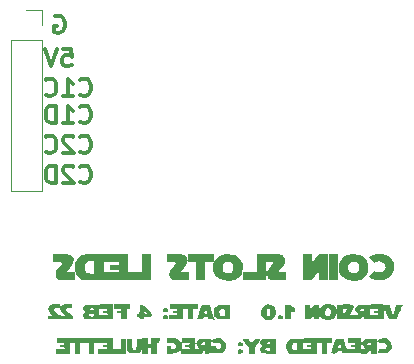
<source format=gbr>
%TF.GenerationSoftware,KiCad,Pcbnew,(6.0.0-0)*%
%TF.CreationDate,2022-02-07T13:41:27-05:00*%
%TF.ProjectId,Coin_Slots,436f696e-5f53-46c6-9f74-732e6b696361,rev?*%
%TF.SameCoordinates,Original*%
%TF.FileFunction,Legend,Bot*%
%TF.FilePolarity,Positive*%
%FSLAX46Y46*%
G04 Gerber Fmt 4.6, Leading zero omitted, Abs format (unit mm)*
G04 Created by KiCad (PCBNEW (6.0.0-0)) date 2022-02-07 13:41:27*
%MOMM*%
%LPD*%
G01*
G04 APERTURE LIST*
%ADD10C,0.300000*%
%ADD11C,0.120000*%
G04 APERTURE END LIST*
D10*
X112553714Y-68774571D02*
X113268000Y-68774571D01*
X113339428Y-69488857D01*
X113268000Y-69417428D01*
X113125142Y-69346000D01*
X112768000Y-69346000D01*
X112625142Y-69417428D01*
X112553714Y-69488857D01*
X112482285Y-69631714D01*
X112482285Y-69988857D01*
X112553714Y-70131714D01*
X112625142Y-70203142D01*
X112768000Y-70274571D01*
X113125142Y-70274571D01*
X113268000Y-70203142D01*
X113339428Y-70131714D01*
X112053714Y-68774571D02*
X111553714Y-70274571D01*
X111053714Y-68774571D01*
X111875142Y-66052000D02*
X112018000Y-65980571D01*
X112232285Y-65980571D01*
X112446571Y-66052000D01*
X112589428Y-66194857D01*
X112660857Y-66337714D01*
X112732285Y-66623428D01*
X112732285Y-66837714D01*
X112660857Y-67123428D01*
X112589428Y-67266285D01*
X112446571Y-67409142D01*
X112232285Y-67480571D01*
X112089428Y-67480571D01*
X111875142Y-67409142D01*
X111803714Y-67337714D01*
X111803714Y-66837714D01*
X112089428Y-66837714D01*
X114030000Y-80037714D02*
X114101428Y-80109142D01*
X114315714Y-80180571D01*
X114458571Y-80180571D01*
X114672857Y-80109142D01*
X114815714Y-79966285D01*
X114887142Y-79823428D01*
X114958571Y-79537714D01*
X114958571Y-79323428D01*
X114887142Y-79037714D01*
X114815714Y-78894857D01*
X114672857Y-78752000D01*
X114458571Y-78680571D01*
X114315714Y-78680571D01*
X114101428Y-78752000D01*
X114030000Y-78823428D01*
X113458571Y-78823428D02*
X113387142Y-78752000D01*
X113244285Y-78680571D01*
X112887142Y-78680571D01*
X112744285Y-78752000D01*
X112672857Y-78823428D01*
X112601428Y-78966285D01*
X112601428Y-79109142D01*
X112672857Y-79323428D01*
X113530000Y-80180571D01*
X112601428Y-80180571D01*
X111958571Y-80180571D02*
X111958571Y-78680571D01*
X111601428Y-78680571D01*
X111387142Y-78752000D01*
X111244285Y-78894857D01*
X111172857Y-79037714D01*
X111101428Y-79323428D01*
X111101428Y-79537714D01*
X111172857Y-79823428D01*
X111244285Y-79966285D01*
X111387142Y-80109142D01*
X111601428Y-80180571D01*
X111958571Y-80180571D01*
X114030000Y-74957714D02*
X114101428Y-75029142D01*
X114315714Y-75100571D01*
X114458571Y-75100571D01*
X114672857Y-75029142D01*
X114815714Y-74886285D01*
X114887142Y-74743428D01*
X114958571Y-74457714D01*
X114958571Y-74243428D01*
X114887142Y-73957714D01*
X114815714Y-73814857D01*
X114672857Y-73672000D01*
X114458571Y-73600571D01*
X114315714Y-73600571D01*
X114101428Y-73672000D01*
X114030000Y-73743428D01*
X112601428Y-75100571D02*
X113458571Y-75100571D01*
X113030000Y-75100571D02*
X113030000Y-73600571D01*
X113172857Y-73814857D01*
X113315714Y-73957714D01*
X113458571Y-74029142D01*
X111958571Y-75100571D02*
X111958571Y-73600571D01*
X111601428Y-73600571D01*
X111387142Y-73672000D01*
X111244285Y-73814857D01*
X111172857Y-73957714D01*
X111101428Y-74243428D01*
X111101428Y-74457714D01*
X111172857Y-74743428D01*
X111244285Y-74886285D01*
X111387142Y-75029142D01*
X111601428Y-75100571D01*
X111958571Y-75100571D01*
X114030000Y-77497714D02*
X114101428Y-77569142D01*
X114315714Y-77640571D01*
X114458571Y-77640571D01*
X114672857Y-77569142D01*
X114815714Y-77426285D01*
X114887142Y-77283428D01*
X114958571Y-76997714D01*
X114958571Y-76783428D01*
X114887142Y-76497714D01*
X114815714Y-76354857D01*
X114672857Y-76212000D01*
X114458571Y-76140571D01*
X114315714Y-76140571D01*
X114101428Y-76212000D01*
X114030000Y-76283428D01*
X113458571Y-76283428D02*
X113387142Y-76212000D01*
X113244285Y-76140571D01*
X112887142Y-76140571D01*
X112744285Y-76212000D01*
X112672857Y-76283428D01*
X112601428Y-76426285D01*
X112601428Y-76569142D01*
X112672857Y-76783428D01*
X113530000Y-77640571D01*
X112601428Y-77640571D01*
X111101428Y-77497714D02*
X111172857Y-77569142D01*
X111387142Y-77640571D01*
X111530000Y-77640571D01*
X111744285Y-77569142D01*
X111887142Y-77426285D01*
X111958571Y-77283428D01*
X112030000Y-76997714D01*
X112030000Y-76783428D01*
X111958571Y-76497714D01*
X111887142Y-76354857D01*
X111744285Y-76212000D01*
X111530000Y-76140571D01*
X111387142Y-76140571D01*
X111172857Y-76212000D01*
X111101428Y-76283428D01*
X114030000Y-72671714D02*
X114101428Y-72743142D01*
X114315714Y-72814571D01*
X114458571Y-72814571D01*
X114672857Y-72743142D01*
X114815714Y-72600285D01*
X114887142Y-72457428D01*
X114958571Y-72171714D01*
X114958571Y-71957428D01*
X114887142Y-71671714D01*
X114815714Y-71528857D01*
X114672857Y-71386000D01*
X114458571Y-71314571D01*
X114315714Y-71314571D01*
X114101428Y-71386000D01*
X114030000Y-71457428D01*
X112601428Y-72814571D02*
X113458571Y-72814571D01*
X113030000Y-72814571D02*
X113030000Y-71314571D01*
X113172857Y-71528857D01*
X113315714Y-71671714D01*
X113458571Y-71743142D01*
X111101428Y-72671714D02*
X111172857Y-72743142D01*
X111387142Y-72814571D01*
X111530000Y-72814571D01*
X111744285Y-72743142D01*
X111887142Y-72600285D01*
X111958571Y-72457428D01*
X112030000Y-72171714D01*
X112030000Y-71957428D01*
X111958571Y-71671714D01*
X111887142Y-71528857D01*
X111744285Y-71386000D01*
X111530000Y-71314571D01*
X111387142Y-71314571D01*
X111172857Y-71386000D01*
X111101428Y-71457428D01*
%TO.C,G\u002A\u002A\u002A*%
G36*
X135863640Y-88378806D02*
G01*
X135118043Y-88378806D01*
X135118043Y-86191722D01*
X135863640Y-86191722D01*
X135863640Y-88378806D01*
G37*
G36*
X130531913Y-91441571D02*
G01*
X130399805Y-91620743D01*
X130380581Y-91637058D01*
X130189015Y-91735758D01*
X129970092Y-91763089D01*
X129751644Y-91723587D01*
X129561502Y-91621789D01*
X129427495Y-91462234D01*
X129363718Y-91263579D01*
X129359071Y-91091663D01*
X129849159Y-91091663D01*
X129849998Y-91140079D01*
X129876767Y-91322326D01*
X129939418Y-91418705D01*
X130035558Y-91424937D01*
X130071274Y-91371128D01*
X130093854Y-91249258D01*
X130100625Y-91093150D01*
X130091897Y-90935770D01*
X130067981Y-90810087D01*
X130029188Y-90749065D01*
X130004556Y-90741878D01*
X129919257Y-90768662D01*
X129866941Y-90886240D01*
X129849159Y-91091663D01*
X129359071Y-91091663D01*
X129357442Y-91031403D01*
X129408258Y-90805937D01*
X129509517Y-90615683D01*
X129654567Y-90489141D01*
X129751412Y-90449302D01*
X129979746Y-90414536D01*
X130204996Y-90446820D01*
X130389655Y-90543385D01*
X130416225Y-90567468D01*
X130541216Y-90751328D01*
X130602343Y-90977724D01*
X130600895Y-91093150D01*
X130599334Y-91217519D01*
X130531913Y-91441571D01*
G37*
G36*
X131067092Y-91362267D02*
G01*
X131154096Y-91377651D01*
X131186458Y-91428270D01*
X131191233Y-91535166D01*
X131189853Y-91612585D01*
X131170074Y-91680255D01*
X131104992Y-91705425D01*
X130967554Y-91709139D01*
X130868016Y-91708066D01*
X130781012Y-91692681D01*
X130748650Y-91642063D01*
X130743875Y-91535166D01*
X130745255Y-91457748D01*
X130765034Y-91390078D01*
X130830116Y-91364908D01*
X130967554Y-91361194D01*
X131067092Y-91362267D01*
G37*
G36*
X121374333Y-91362267D02*
G01*
X121461337Y-91377651D01*
X121493699Y-91428270D01*
X121498474Y-91535166D01*
X121497094Y-91612585D01*
X121477314Y-91680255D01*
X121412233Y-91705425D01*
X121274795Y-91709139D01*
X121175257Y-91708066D01*
X121088253Y-91692681D01*
X121055891Y-91642063D01*
X121051116Y-91535166D01*
X121052495Y-91457748D01*
X121072275Y-91390078D01*
X121137357Y-91364908D01*
X121274795Y-91361194D01*
X121374333Y-91362267D01*
G37*
G36*
X131618575Y-90466810D02*
G01*
X131821853Y-90506128D01*
X132041745Y-90619128D01*
X132152552Y-90692881D01*
X132230612Y-90761285D01*
X132251389Y-90822251D01*
X132231004Y-90899675D01*
X132199239Y-90979810D01*
X132149973Y-91065554D01*
X132094412Y-91078184D01*
X132008798Y-91031832D01*
X131887123Y-90952109D01*
X131887123Y-91709139D01*
X131390059Y-91709139D01*
X131390059Y-90466477D01*
X131596960Y-90466477D01*
X131618575Y-90466810D01*
G37*
G36*
X120056987Y-88378806D02*
G01*
X118118435Y-88378806D01*
X118118435Y-87732622D01*
X119311390Y-87732622D01*
X119311390Y-86191722D01*
X120056987Y-86191722D01*
X120056987Y-88378806D01*
G37*
G36*
X127687053Y-93648764D02*
G01*
X127774057Y-93664148D01*
X127806419Y-93714767D01*
X127811194Y-93821663D01*
X127809814Y-93899082D01*
X127790034Y-93966752D01*
X127724953Y-93991922D01*
X127587515Y-93995636D01*
X127487977Y-93994563D01*
X127400973Y-93979179D01*
X127368611Y-93928560D01*
X127363836Y-93821663D01*
X127365216Y-93744245D01*
X127384995Y-93676575D01*
X127450077Y-93651405D01*
X127587515Y-93647691D01*
X127687053Y-93648764D01*
G37*
G36*
X125350724Y-93945930D02*
G01*
X125411055Y-93946404D01*
X125519562Y-93957182D01*
X125565132Y-93993514D01*
X125574403Y-94070196D01*
X125597028Y-94166911D01*
X125677084Y-94194462D01*
X125811172Y-94173698D01*
X125929694Y-94089443D01*
X125972055Y-93950267D01*
X125968922Y-93894901D01*
X125917822Y-93770037D01*
X125798914Y-93711087D01*
X125605448Y-93713695D01*
X125469315Y-93724741D01*
X125369099Y-93701620D01*
X125283049Y-93630166D01*
X125241242Y-93584487D01*
X125186882Y-93501145D01*
X125212629Y-93441857D01*
X125323403Y-93375582D01*
X125423637Y-93337099D01*
X125646275Y-93303713D01*
X125880190Y-93316944D01*
X126076134Y-93376718D01*
X126251198Y-93514797D01*
X126368517Y-93708044D01*
X126417304Y-93927971D01*
X126391932Y-94148728D01*
X126286774Y-94344466D01*
X126262447Y-94372171D01*
X126149120Y-94479354D01*
X126050669Y-94543955D01*
X126043121Y-94546519D01*
X125942638Y-94562173D01*
X125768515Y-94575344D01*
X125543062Y-94584713D01*
X125288591Y-94588963D01*
X124629981Y-94592113D01*
X124626647Y-94219315D01*
X124322099Y-94592113D01*
X122592016Y-94592113D01*
X122592016Y-94276546D01*
X122480176Y-94378412D01*
X122455302Y-94400621D01*
X122324041Y-94497317D01*
X122182392Y-94555723D01*
X122000941Y-94584451D01*
X121750274Y-94592113D01*
X121349354Y-94592113D01*
X121349354Y-93945930D01*
X121548180Y-93945930D01*
X121565495Y-93945974D01*
X121684966Y-93954548D01*
X121736154Y-93990133D01*
X121747006Y-94070196D01*
X121749113Y-94113573D01*
X121784268Y-94178713D01*
X121886184Y-94194462D01*
X122010582Y-94175677D01*
X122111806Y-94091087D01*
X122144658Y-93934758D01*
X122120994Y-93831674D01*
X122032664Y-93753939D01*
X121868971Y-93710749D01*
X121619504Y-93697397D01*
X121349354Y-93697397D01*
X121349354Y-93299746D01*
X121759433Y-93299931D01*
X121867487Y-93300993D01*
X122070179Y-93313460D01*
X122214322Y-93343835D01*
X122328356Y-93396971D01*
X122333822Y-93400324D01*
X122520338Y-93554367D01*
X122617433Y-93738629D01*
X122634020Y-93969814D01*
X122616153Y-94194462D01*
X122976883Y-94194462D01*
X123103554Y-94193062D01*
X123245674Y-94182927D01*
X123317650Y-94159789D01*
X123337613Y-94119902D01*
X123334004Y-94098467D01*
X123277037Y-94057654D01*
X123138787Y-94045342D01*
X123024025Y-94039714D01*
X122956634Y-94010969D01*
X122939961Y-93945930D01*
X122951218Y-93888549D01*
X123008708Y-93854853D01*
X123138787Y-93846517D01*
X123195948Y-93845163D01*
X123304781Y-93823801D01*
X123337613Y-93771957D01*
X123335247Y-93755036D01*
X123296475Y-93720161D01*
X123195748Y-93702375D01*
X123014521Y-93697397D01*
X122691429Y-93697397D01*
X122691429Y-93299746D01*
X123784971Y-93299746D01*
X123784971Y-94194462D01*
X123956010Y-94194462D01*
X124052990Y-94189401D01*
X124140228Y-94157596D01*
X124132925Y-94095544D01*
X124031551Y-94002053D01*
X123942074Y-93912327D01*
X123897533Y-93799642D01*
X124290066Y-93799642D01*
X124333266Y-93836806D01*
X124452363Y-93846517D01*
X124540533Y-93842535D01*
X124612112Y-93813815D01*
X124629981Y-93743954D01*
X124624815Y-93695700D01*
X124580995Y-93656603D01*
X124468842Y-93656968D01*
X124353822Y-93685518D01*
X124291224Y-93759530D01*
X124290066Y-93799642D01*
X123897533Y-93799642D01*
X123879993Y-93755269D01*
X123904166Y-93593403D01*
X124015353Y-93452473D01*
X124051300Y-93426381D01*
X124131864Y-93386813D01*
X124240436Y-93363429D01*
X124400786Y-93352290D01*
X124636684Y-93349452D01*
X125127045Y-93349452D01*
X125127045Y-93945930D01*
X125350724Y-93945930D01*
G37*
G36*
X130020872Y-94592113D02*
G01*
X129879396Y-94591849D01*
X129674572Y-94588465D01*
X129537490Y-94578241D01*
X129447378Y-94557534D01*
X129383466Y-94522703D01*
X129324982Y-94470107D01*
X129319942Y-94465013D01*
X129220962Y-94315091D01*
X129220753Y-94183586D01*
X129717795Y-94183586D01*
X129746602Y-94265233D01*
X129749225Y-94268245D01*
X129844816Y-94321554D01*
X129979511Y-94343581D01*
X130073134Y-94338455D01*
X130133753Y-94304437D01*
X130147397Y-94219315D01*
X130141641Y-94154246D01*
X130097999Y-94106253D01*
X129985851Y-94095810D01*
X129924366Y-94097853D01*
X129779423Y-94126112D01*
X129717795Y-94183586D01*
X129220753Y-94183586D01*
X129220732Y-94170360D01*
X129319289Y-94033629D01*
X129395074Y-93958903D01*
X129402458Y-93906634D01*
X129344142Y-93838565D01*
X129344031Y-93838453D01*
X129266512Y-93729101D01*
X129266736Y-93722250D01*
X129824305Y-93722250D01*
X129824749Y-93725982D01*
X129875813Y-93763527D01*
X129985851Y-93787533D01*
X130029803Y-93790712D01*
X130121625Y-93777837D01*
X130147397Y-93722250D01*
X130145282Y-93700456D01*
X130101873Y-93658682D01*
X129985851Y-93656968D01*
X129973864Y-93658260D01*
X129867844Y-93684194D01*
X129824305Y-93722250D01*
X129266736Y-93722250D01*
X129270113Y-93618744D01*
X129355702Y-93480422D01*
X129390095Y-93438722D01*
X129439663Y-93396084D01*
X129507934Y-93369775D01*
X129615086Y-93355859D01*
X129781295Y-93350397D01*
X130026739Y-93349452D01*
X130594756Y-93349452D01*
X130594756Y-94592113D01*
X130020872Y-94592113D01*
G37*
G36*
X127687053Y-94245241D02*
G01*
X127774057Y-94260626D01*
X127806419Y-94311245D01*
X127811194Y-94418141D01*
X127809814Y-94495559D01*
X127790034Y-94563229D01*
X127724953Y-94588400D01*
X127587515Y-94592113D01*
X127487977Y-94591040D01*
X127400973Y-94575656D01*
X127368611Y-94525037D01*
X127363836Y-94418141D01*
X127365216Y-94340722D01*
X127384995Y-94273053D01*
X127450077Y-94247882D01*
X127587515Y-94244168D01*
X127687053Y-94245241D01*
G37*
G36*
X133637185Y-86572002D02*
G01*
X133651703Y-86952281D01*
X133949291Y-86572002D01*
X134246878Y-86191722D01*
X135018630Y-86191722D01*
X135018630Y-88378806D01*
X134277215Y-88378806D01*
X134262698Y-87993581D01*
X134248180Y-87608356D01*
X133951507Y-87993581D01*
X133654833Y-88378806D01*
X132881253Y-88378806D01*
X132881253Y-86191722D01*
X133622668Y-86191722D01*
X133637185Y-86572002D01*
G37*
G36*
X117919609Y-94592113D02*
G01*
X116826067Y-94592113D01*
X116826067Y-94194462D01*
X117472251Y-94194462D01*
X117472251Y-93349452D01*
X117919609Y-93349452D01*
X117919609Y-94592113D01*
G37*
G36*
X138920587Y-91311487D02*
G01*
X139063696Y-91309779D01*
X139203287Y-91299341D01*
X139273857Y-91276256D01*
X139293386Y-91236928D01*
X139289777Y-91215492D01*
X139232810Y-91174680D01*
X139094560Y-91162368D01*
X138979798Y-91156739D01*
X138912407Y-91127994D01*
X138895734Y-91062955D01*
X138906991Y-91005574D01*
X138964481Y-90971879D01*
X139094560Y-90963542D01*
X139151721Y-90962189D01*
X139260554Y-90940826D01*
X139293386Y-90888982D01*
X139291020Y-90872061D01*
X139252248Y-90837186D01*
X139151521Y-90819400D01*
X138970294Y-90814423D01*
X138647202Y-90814423D01*
X138647202Y-90416771D01*
X139057280Y-90417069D01*
X139309424Y-90421249D01*
X139606745Y-90432695D01*
X139871269Y-90448814D01*
X140275179Y-90480261D01*
X140390831Y-90892583D01*
X140414301Y-90973597D01*
X140467883Y-91139259D01*
X140511955Y-91249915D01*
X140538750Y-91284963D01*
X140545448Y-91276512D01*
X140579769Y-91195950D01*
X140628948Y-91051101D01*
X140684705Y-90865749D01*
X140798393Y-90466477D01*
X141326895Y-90466477D01*
X141212765Y-90777143D01*
X141160971Y-90918280D01*
X141068862Y-91169744D01*
X140985253Y-91398474D01*
X140871871Y-91709139D01*
X140163145Y-91709139D01*
X139964371Y-91149941D01*
X139765597Y-90590744D01*
X139751543Y-91149941D01*
X139737488Y-91709139D01*
X138050724Y-91709139D01*
X138049058Y-91522740D01*
X138047391Y-91336340D01*
X137895117Y-91522740D01*
X137742843Y-91709139D01*
X137123066Y-91709139D01*
X137115001Y-91709135D01*
X136869233Y-91704891D01*
X136654041Y-91693802D01*
X136492364Y-91677517D01*
X136407143Y-91657684D01*
X136381283Y-91640457D01*
X136315424Y-91531121D01*
X136308171Y-91377512D01*
X136357183Y-91206686D01*
X136460118Y-91045696D01*
X136503444Y-90995020D01*
X136579238Y-90897732D01*
X136609237Y-90845141D01*
X136607755Y-90841137D01*
X136550312Y-90822147D01*
X136435264Y-90814423D01*
X136261292Y-90814423D01*
X136261292Y-91709139D01*
X135813934Y-91709139D01*
X135813934Y-90480639D01*
X136119464Y-90448705D01*
X136484816Y-90420198D01*
X136781365Y-90418714D01*
X136993172Y-90445084D01*
X137114814Y-90499035D01*
X137141113Y-90526240D01*
X137199767Y-90668099D01*
X137171695Y-90843353D01*
X137057978Y-91041674D01*
X137008373Y-91109295D01*
X136937359Y-91215936D01*
X136908859Y-91274207D01*
X136910810Y-91279255D01*
X136971118Y-91298039D01*
X137092882Y-91308390D01*
X137245058Y-91310519D01*
X137396603Y-91304637D01*
X137516474Y-91290955D01*
X137573628Y-91269685D01*
X137575872Y-91261354D01*
X137541583Y-91199752D01*
X137452295Y-91119078D01*
X137362817Y-91029352D01*
X137318276Y-90916668D01*
X137710810Y-90916668D01*
X137754009Y-90953831D01*
X137873107Y-90963542D01*
X137961276Y-90959561D01*
X138032856Y-90930840D01*
X138050724Y-90860980D01*
X138045559Y-90812725D01*
X138001739Y-90773628D01*
X137889585Y-90773993D01*
X137774566Y-90802544D01*
X137711968Y-90876556D01*
X137710810Y-90916668D01*
X137318276Y-90916668D01*
X137300736Y-90872294D01*
X137324910Y-90710428D01*
X137436097Y-90569498D01*
X137472043Y-90543407D01*
X137552607Y-90503839D01*
X137661180Y-90480455D01*
X137821530Y-90469315D01*
X138057428Y-90466477D01*
X138547789Y-90466477D01*
X138547789Y-91311487D01*
X138920587Y-91311487D01*
G37*
G36*
X120104606Y-91323914D02*
G01*
X120104577Y-91368800D01*
X120091770Y-91421749D01*
X120044237Y-91449018D01*
X119940418Y-91459130D01*
X119758748Y-91460607D01*
X119665968Y-91460833D01*
X119521839Y-91465667D01*
X119445711Y-91482794D01*
X119415919Y-91519950D01*
X119410803Y-91584873D01*
X119402644Y-91658075D01*
X119354480Y-91699855D01*
X119236830Y-91709139D01*
X119134347Y-91703312D01*
X119075855Y-91668909D01*
X119062857Y-91584873D01*
X119041400Y-91489731D01*
X118963444Y-91460607D01*
X118887331Y-91433785D01*
X118864032Y-91336340D01*
X118885489Y-91241199D01*
X118963444Y-91212074D01*
X118981339Y-91211490D01*
X119025244Y-91195388D01*
X119049803Y-91141720D01*
X119060509Y-91029883D01*
X119060510Y-91029817D01*
X119410803Y-91029817D01*
X119410852Y-91049226D01*
X119420424Y-91159510D01*
X119464603Y-91203886D01*
X119569222Y-91212074D01*
X119727641Y-91212074D01*
X119581648Y-91050777D01*
X119542431Y-91007188D01*
X119461306Y-90914997D01*
X119423229Y-90868520D01*
X119420978Y-90867740D01*
X119413727Y-90917631D01*
X119410803Y-91029817D01*
X119060510Y-91029817D01*
X119062857Y-90839276D01*
X119062857Y-90466477D01*
X119241198Y-90466477D01*
X119304364Y-90469901D01*
X119388861Y-90493824D01*
X119480157Y-90552291D01*
X119597723Y-90658801D01*
X119761028Y-90826849D01*
X119853258Y-90926247D01*
X119997963Y-91098479D01*
X120069535Y-91212074D01*
X120078774Y-91226737D01*
X120104606Y-91323914D01*
G37*
G36*
X112630453Y-86192503D02*
G01*
X112922490Y-86201701D01*
X113135505Y-86225481D01*
X113283403Y-86269095D01*
X113380092Y-86337796D01*
X113439476Y-86436837D01*
X113475464Y-86571469D01*
X113486845Y-86665005D01*
X113459394Y-86894846D01*
X113348751Y-87133187D01*
X113149831Y-87392856D01*
X113129495Y-87415744D01*
X113007757Y-87562037D01*
X112960264Y-87654790D01*
X112993272Y-87706084D01*
X113113040Y-87728001D01*
X113325827Y-87732622D01*
X113595147Y-87732622D01*
X113595147Y-88386320D01*
X112894832Y-88370137D01*
X112753401Y-88366807D01*
X112517436Y-88359738D01*
X112354504Y-88349877D01*
X112246684Y-88333822D01*
X112176053Y-88308173D01*
X112124691Y-88269529D01*
X112074676Y-88214488D01*
X112005016Y-88110623D01*
X111952761Y-87901278D01*
X111989951Y-87665497D01*
X112114919Y-87410381D01*
X112326001Y-87143031D01*
X112378649Y-87085948D01*
X112471100Y-86972094D01*
X112494539Y-86899573D01*
X112441391Y-86859174D01*
X112304081Y-86841688D01*
X112075035Y-86837906D01*
X111756008Y-86837906D01*
X111756008Y-86191722D01*
X112470048Y-86191722D01*
X112630453Y-86192503D01*
G37*
G36*
X117323131Y-87732622D02*
G01*
X117323131Y-87608356D01*
X117321761Y-87564710D01*
X117304727Y-87518968D01*
X117251105Y-87494938D01*
X117139954Y-87485639D01*
X116950333Y-87484090D01*
X116577534Y-87484090D01*
X116577534Y-87086438D01*
X116950333Y-87086438D01*
X117081272Y-87085981D01*
X117218496Y-87080304D01*
X117290587Y-87062430D01*
X117318485Y-87025379D01*
X117323131Y-86962172D01*
X117323131Y-86837906D01*
X116130176Y-86837906D01*
X116130176Y-86191722D01*
X118068728Y-86191722D01*
X118068728Y-88382148D01*
X116138886Y-88368051D01*
X114209045Y-88353953D01*
X114025514Y-88229687D01*
X113851785Y-88070461D01*
X113703279Y-87827543D01*
X113615446Y-87544672D01*
X113593349Y-87285264D01*
X114440157Y-87285264D01*
X114442463Y-87366254D01*
X114474877Y-87532087D01*
X114556001Y-87662929D01*
X114560213Y-87667787D01*
X114653091Y-87750129D01*
X114772059Y-87796351D01*
X114953652Y-87820976D01*
X115235460Y-87844345D01*
X115235460Y-86726183D01*
X114953652Y-86749552D01*
X114726260Y-86792845D01*
X114561702Y-86891386D01*
X114469140Y-87052598D01*
X114440157Y-87285264D01*
X113593349Y-87285264D01*
X113589827Y-87243919D01*
X113627962Y-86947352D01*
X113731390Y-86677041D01*
X113901653Y-86455053D01*
X113950112Y-86411930D01*
X114063614Y-86330744D01*
X114193558Y-86271799D01*
X114356506Y-86231761D01*
X114569022Y-86207293D01*
X114847669Y-86195059D01*
X115209010Y-86191722D01*
X116030763Y-86191722D01*
X116030763Y-87732622D01*
X117323131Y-87732622D01*
G37*
G36*
X118267554Y-90615597D02*
G01*
X118267319Y-90658291D01*
X118256557Y-90764024D01*
X118214051Y-90806571D01*
X118118435Y-90814423D01*
X117969315Y-90814423D01*
X117969315Y-91709139D01*
X117521957Y-91709139D01*
X117521957Y-91162368D01*
X117323131Y-91162368D01*
X117208370Y-91156739D01*
X117140979Y-91127994D01*
X117124305Y-91062955D01*
X117135562Y-91005574D01*
X117193052Y-90971879D01*
X117323131Y-90963542D01*
X117380292Y-90962189D01*
X117489126Y-90940826D01*
X117521957Y-90888982D01*
X117519591Y-90872061D01*
X117480819Y-90837186D01*
X117380092Y-90819400D01*
X117198865Y-90814423D01*
X116875773Y-90814423D01*
X116875773Y-90416771D01*
X118267554Y-90416771D01*
X118267554Y-90615597D01*
G37*
G36*
X124033503Y-90814423D02*
G01*
X123586145Y-90814423D01*
X123586145Y-91709139D01*
X123138787Y-91709139D01*
X123138787Y-90814423D01*
X122741135Y-90814423D01*
X122741135Y-91709139D01*
X121548180Y-91709139D01*
X121548180Y-91311487D01*
X121920979Y-91311487D01*
X122064087Y-91309779D01*
X122203678Y-91299341D01*
X122274249Y-91276256D01*
X122293777Y-91236928D01*
X122290169Y-91215492D01*
X122233201Y-91174680D01*
X122094951Y-91162368D01*
X121980190Y-91156739D01*
X121912799Y-91127994D01*
X121896125Y-91062955D01*
X121907382Y-91005574D01*
X121964872Y-90971879D01*
X122094951Y-90963542D01*
X122152112Y-90962189D01*
X122260946Y-90940826D01*
X122293777Y-90888982D01*
X122291411Y-90872061D01*
X122252639Y-90837186D01*
X122151912Y-90819400D01*
X121970685Y-90814423D01*
X121647593Y-90814423D01*
X121647593Y-90416771D01*
X124033503Y-90416771D01*
X124033503Y-90814423D01*
G37*
G36*
X122273506Y-86192503D02*
G01*
X122565543Y-86201701D01*
X122778557Y-86225481D01*
X122926456Y-86269095D01*
X123023144Y-86337796D01*
X123082529Y-86436837D01*
X123118517Y-86571469D01*
X123129898Y-86665005D01*
X123102447Y-86894846D01*
X122991804Y-87133187D01*
X122792883Y-87392856D01*
X122772548Y-87415744D01*
X122650810Y-87562037D01*
X122603317Y-87654790D01*
X122636325Y-87706084D01*
X122756093Y-87728001D01*
X122968880Y-87732622D01*
X123238200Y-87732622D01*
X123238200Y-88386320D01*
X122537885Y-88370137D01*
X122396453Y-88366807D01*
X122160489Y-88359738D01*
X121997557Y-88349877D01*
X121889737Y-88333822D01*
X121819106Y-88308173D01*
X121767744Y-88269529D01*
X121717729Y-88214488D01*
X121648068Y-88110623D01*
X121595814Y-87901278D01*
X121633004Y-87665497D01*
X121757972Y-87410381D01*
X121969054Y-87143031D01*
X122021702Y-87085948D01*
X122114153Y-86972094D01*
X122137592Y-86899573D01*
X122084444Y-86859174D01*
X121947134Y-86841688D01*
X121718087Y-86837906D01*
X121399061Y-86837906D01*
X121399061Y-86191722D01*
X122113101Y-86191722D01*
X122273506Y-86192503D01*
G37*
G36*
X139691705Y-86171756D02*
G01*
X139964423Y-86260481D01*
X140234655Y-86426616D01*
X140454793Y-86659634D01*
X140589660Y-86939452D01*
X140635460Y-87260411D01*
X140597733Y-87553174D01*
X140470987Y-87837056D01*
X140258618Y-88074665D01*
X139964423Y-88260341D01*
X139695752Y-88348227D01*
X139395430Y-88380959D01*
X139095694Y-88359035D01*
X138825327Y-88284597D01*
X138613108Y-88159787D01*
X138479437Y-88044808D01*
X138703123Y-87808062D01*
X138926808Y-87571315D01*
X139093333Y-87657428D01*
X139148878Y-87682845D01*
X139360482Y-87726366D01*
X139561064Y-87695575D01*
X139729942Y-87600780D01*
X139846436Y-87452289D01*
X139889863Y-87260411D01*
X139886608Y-87205686D01*
X139821714Y-87024349D01*
X139689258Y-86889143D01*
X139509921Y-86810376D01*
X139304386Y-86798357D01*
X139093333Y-86863394D01*
X138926808Y-86949507D01*
X138703123Y-86712760D01*
X138479437Y-86476014D01*
X138613108Y-86361035D01*
X138821912Y-86237619D01*
X139091669Y-86162467D01*
X139391193Y-86139798D01*
X139691705Y-86171756D01*
G37*
G36*
X138395084Y-87698861D02*
G01*
X138341562Y-87832359D01*
X138194323Y-88046680D01*
X137999223Y-88229041D01*
X137786844Y-88346860D01*
X137776415Y-88350398D01*
X137615854Y-88386456D01*
X137402960Y-88412857D01*
X137180861Y-88424103D01*
X136837167Y-88399343D01*
X136512515Y-88304394D01*
X136256952Y-88139109D01*
X136071599Y-87904242D01*
X135957575Y-87600546D01*
X135931732Y-87451895D01*
X135932555Y-87387552D01*
X136743736Y-87387552D01*
X136774052Y-87563533D01*
X136839680Y-87684808D01*
X136876872Y-87715663D01*
X137043507Y-87789461D01*
X137235358Y-87810007D01*
X137403561Y-87769925D01*
X137510638Y-87689688D01*
X137611999Y-87527571D01*
X137650392Y-87335273D01*
X137626175Y-87139861D01*
X137539708Y-86968398D01*
X137391349Y-86847951D01*
X137307859Y-86818771D01*
X137120893Y-86810383D01*
X136945797Y-86864884D01*
X136820682Y-86973868D01*
X136793174Y-87025905D01*
X136749767Y-87195473D01*
X136743736Y-87387552D01*
X135932555Y-87387552D01*
X135935932Y-87123384D01*
X136022671Y-86824433D01*
X136184418Y-86568770D01*
X136413639Y-86370124D01*
X136702803Y-86242225D01*
X136730335Y-86235103D01*
X136973513Y-86200404D01*
X137257631Y-86195484D01*
X137537073Y-86219144D01*
X137766227Y-86270185D01*
X137912624Y-86334277D01*
X138144948Y-86512104D01*
X138315886Y-86752308D01*
X138418907Y-87040057D01*
X138445232Y-87335273D01*
X138447483Y-87360519D01*
X138395084Y-87698861D01*
G37*
G36*
X118416673Y-93743553D02*
G01*
X118428630Y-93986964D01*
X118471504Y-94176215D01*
X118545561Y-94271167D01*
X118650827Y-94271880D01*
X118684315Y-94260565D01*
X118768684Y-94244168D01*
X118778876Y-94232849D01*
X118797062Y-94146545D01*
X118809632Y-93993808D01*
X118814325Y-93796810D01*
X118814325Y-93349452D01*
X119261683Y-93349452D01*
X119261683Y-93800078D01*
X119257716Y-94026418D01*
X119238912Y-94219585D01*
X119198314Y-94352000D01*
X119129070Y-94444376D01*
X119024328Y-94517423D01*
X119001861Y-94528980D01*
X118828477Y-94573502D01*
X118576910Y-94578049D01*
X118494596Y-94573013D01*
X118335067Y-94550950D01*
X118225293Y-94506324D01*
X118129552Y-94427078D01*
X118073719Y-94366244D01*
X118029457Y-94292614D01*
X118002712Y-94193577D01*
X117987277Y-94044465D01*
X117976944Y-93820613D01*
X117959719Y-93349452D01*
X118416673Y-93349452D01*
X118416673Y-93743553D01*
G37*
G36*
X125160787Y-91699187D02*
G01*
X125093952Y-91694710D01*
X124970071Y-91676444D01*
X124909934Y-91639718D01*
X124887482Y-91572446D01*
X124869471Y-91510607D01*
X124809814Y-91470403D01*
X124681619Y-91460607D01*
X124572596Y-91466686D01*
X124497160Y-91501776D01*
X124460450Y-91584873D01*
X124449513Y-91622401D01*
X124411249Y-91679182D01*
X124331608Y-91703798D01*
X124181676Y-91709139D01*
X124093091Y-91706659D01*
X123978739Y-91693165D01*
X123933926Y-91671859D01*
X123934014Y-91670463D01*
X123951870Y-91605524D01*
X123996325Y-91467702D01*
X124061002Y-91276276D01*
X124096178Y-91175142D01*
X124534320Y-91175142D01*
X124575566Y-91201238D01*
X124678457Y-91212074D01*
X124747798Y-91210848D01*
X124791683Y-91195028D01*
X124797204Y-91145040D01*
X124765430Y-91041276D01*
X124697430Y-90864129D01*
X124688579Y-90847626D01*
X124653026Y-90857952D01*
X124603273Y-90963542D01*
X124593767Y-90989218D01*
X124552898Y-91107430D01*
X124534349Y-91174794D01*
X124534320Y-91175142D01*
X124096178Y-91175142D01*
X124139520Y-91050528D01*
X124345280Y-90466477D01*
X125005213Y-90466477D01*
X125229836Y-91145040D01*
X125418207Y-91714089D01*
X125160787Y-91699187D01*
G37*
G36*
X121374333Y-90765789D02*
G01*
X121461337Y-90781174D01*
X121493699Y-90831792D01*
X121498474Y-90938689D01*
X121497094Y-91016107D01*
X121477314Y-91083777D01*
X121412233Y-91108948D01*
X121274795Y-91112661D01*
X121175257Y-91111588D01*
X121088253Y-91096204D01*
X121055891Y-91045585D01*
X121051116Y-90938689D01*
X121052495Y-90861270D01*
X121072275Y-90793600D01*
X121137357Y-90768430D01*
X121274795Y-90764716D01*
X121374333Y-90765789D01*
G37*
G36*
X139897411Y-93316944D02*
G01*
X140093356Y-93376718D01*
X140269206Y-93512297D01*
X140385228Y-93702124D01*
X140429283Y-93917831D01*
X140400762Y-94136866D01*
X140299056Y-94336677D01*
X140123556Y-94494713D01*
X140009920Y-94545694D01*
X139783385Y-94587778D01*
X139544948Y-94578395D01*
X139340624Y-94516277D01*
X139287037Y-94487642D01*
X139209978Y-94427780D01*
X139216029Y-94362811D01*
X139300270Y-94261693D01*
X139376997Y-94195498D01*
X139473567Y-94167635D01*
X139622670Y-94178164D01*
X139688752Y-94185120D01*
X139859795Y-94169545D01*
X139957927Y-94091109D01*
X139989276Y-93945930D01*
X139986548Y-93895384D01*
X139935910Y-93770530D01*
X139816660Y-93711261D01*
X139622670Y-93713695D01*
X139486536Y-93724741D01*
X139386320Y-93701620D01*
X139300270Y-93630166D01*
X139258463Y-93584487D01*
X139204103Y-93501145D01*
X139229850Y-93441857D01*
X139340624Y-93375582D01*
X139440858Y-93337099D01*
X139663496Y-93303713D01*
X139897411Y-93316944D01*
G37*
G36*
X116776360Y-94592113D02*
G01*
X115583405Y-94592113D01*
X115583405Y-94194462D01*
X115956204Y-94194462D01*
X116099312Y-94192753D01*
X116238903Y-94182316D01*
X116309474Y-94159230D01*
X116329002Y-94119902D01*
X116325394Y-94098467D01*
X116268426Y-94057654D01*
X116130176Y-94045342D01*
X116015415Y-94039714D01*
X115948024Y-94010969D01*
X115931350Y-93945930D01*
X115942607Y-93888549D01*
X116000097Y-93854853D01*
X116130176Y-93846517D01*
X116187337Y-93845163D01*
X116296171Y-93823801D01*
X116329002Y-93771957D01*
X116322665Y-93748662D01*
X116281434Y-93723011D01*
X116188122Y-93707349D01*
X116026973Y-93699527D01*
X115782231Y-93697397D01*
X115235460Y-93697397D01*
X115235460Y-94592113D01*
X114788102Y-94592113D01*
X114788102Y-93697397D01*
X114042505Y-93697397D01*
X114042505Y-94592113D01*
X113595147Y-94592113D01*
X113595147Y-93697397D01*
X113197495Y-93697397D01*
X113197495Y-94592113D01*
X112004540Y-94592113D01*
X112004540Y-94194462D01*
X112377339Y-94194462D01*
X112520447Y-94192753D01*
X112660038Y-94182316D01*
X112730609Y-94159230D01*
X112750137Y-94119902D01*
X112746529Y-94098467D01*
X112689561Y-94057654D01*
X112551311Y-94045342D01*
X112436550Y-94039714D01*
X112369159Y-94010969D01*
X112352486Y-93945930D01*
X112363742Y-93888549D01*
X112421232Y-93854853D01*
X112551311Y-93846517D01*
X112608472Y-93845163D01*
X112717306Y-93823801D01*
X112750137Y-93771957D01*
X112747771Y-93755036D01*
X112708999Y-93720161D01*
X112608272Y-93702375D01*
X112427045Y-93697397D01*
X112103953Y-93697397D01*
X112103953Y-93299746D01*
X116776360Y-93299746D01*
X116776360Y-94592113D01*
G37*
G36*
X114485344Y-91709139D02*
G01*
X114363338Y-91587132D01*
X114358298Y-91582038D01*
X114259318Y-91432116D01*
X114259109Y-91300611D01*
X114756151Y-91300611D01*
X114784958Y-91382259D01*
X114787581Y-91385271D01*
X114883172Y-91438580D01*
X115017867Y-91460607D01*
X115111491Y-91455481D01*
X115172109Y-91421462D01*
X115185754Y-91336340D01*
X115179997Y-91271272D01*
X115136355Y-91223278D01*
X115024208Y-91212835D01*
X114962722Y-91214879D01*
X114817779Y-91243137D01*
X114756151Y-91300611D01*
X114259109Y-91300611D01*
X114259088Y-91287385D01*
X114357645Y-91150655D01*
X114433430Y-91075929D01*
X114440814Y-91023659D01*
X114382498Y-90955590D01*
X114382387Y-90955479D01*
X114304869Y-90846126D01*
X114305092Y-90839276D01*
X114862662Y-90839276D01*
X114863105Y-90843007D01*
X114914169Y-90880552D01*
X115024208Y-90904558D01*
X115068159Y-90907737D01*
X115159981Y-90894863D01*
X115185754Y-90839276D01*
X115183638Y-90817481D01*
X115140229Y-90775707D01*
X115024208Y-90773993D01*
X115012220Y-90775286D01*
X114906200Y-90801220D01*
X114862662Y-90839276D01*
X114305092Y-90839276D01*
X114308469Y-90735770D01*
X114394058Y-90597447D01*
X114428452Y-90555748D01*
X114478019Y-90513109D01*
X114546290Y-90486801D01*
X114653442Y-90472885D01*
X114819651Y-90467423D01*
X115065095Y-90466477D01*
X115633112Y-90466477D01*
X115633112Y-91311487D01*
X116005910Y-91311487D01*
X116149019Y-91309779D01*
X116288610Y-91299341D01*
X116359180Y-91276256D01*
X116378709Y-91236928D01*
X116375100Y-91215492D01*
X116318132Y-91174680D01*
X116179883Y-91162368D01*
X116065121Y-91156739D01*
X115997730Y-91127994D01*
X115981057Y-91062955D01*
X115992314Y-91005574D01*
X116049804Y-90971879D01*
X116179883Y-90963542D01*
X116237044Y-90962189D01*
X116345877Y-90940826D01*
X116378709Y-90888982D01*
X116376343Y-90872061D01*
X116337571Y-90837186D01*
X116236844Y-90819400D01*
X116055617Y-90814423D01*
X115732525Y-90814423D01*
X115732525Y-90416771D01*
X116826067Y-90416771D01*
X116826067Y-91709139D01*
X114485344Y-91709139D01*
G37*
G36*
X125663875Y-91709139D02*
G01*
X125494873Y-91540137D01*
X125430573Y-91472784D01*
X125361981Y-91373825D01*
X125332292Y-91259451D01*
X125325871Y-91087808D01*
X125326551Y-91046878D01*
X125824862Y-91046878D01*
X125837572Y-91202116D01*
X125913836Y-91328637D01*
X126000639Y-91380329D01*
X126137515Y-91410900D01*
X126165283Y-91410656D01*
X126225095Y-91400313D01*
X126256369Y-91358056D01*
X126268354Y-91261388D01*
X126270294Y-91087808D01*
X126270269Y-91059238D01*
X126266809Y-90896874D01*
X126252011Y-90808559D01*
X126218046Y-90771953D01*
X126157088Y-90764716D01*
X126060580Y-90782224D01*
X125933409Y-90842094D01*
X125874028Y-90904568D01*
X125824862Y-91046878D01*
X125326551Y-91046878D01*
X125327692Y-90978190D01*
X125345806Y-90845084D01*
X125396320Y-90744797D01*
X125494873Y-90635479D01*
X125663875Y-90466477D01*
X126717652Y-90466477D01*
X126717652Y-91709139D01*
X125663875Y-91709139D01*
G37*
G36*
X135716728Y-91359168D02*
G01*
X135612272Y-91547661D01*
X135450033Y-91678654D01*
X135377287Y-91705923D01*
X135202711Y-91742780D01*
X135013554Y-91757714D01*
X134895207Y-91752047D01*
X134643263Y-91687335D01*
X134454506Y-91554701D01*
X134337972Y-91359472D01*
X134278645Y-91187221D01*
X134273033Y-91709139D01*
X133825675Y-91709139D01*
X133823809Y-91522740D01*
X133821943Y-91336340D01*
X133662263Y-91522742D01*
X133627220Y-91562875D01*
X133524874Y-91658546D01*
X133419927Y-91700096D01*
X133266478Y-91709141D01*
X133030372Y-91709139D01*
X133030372Y-91066504D01*
X134773686Y-91066504D01*
X134791858Y-91217439D01*
X134880571Y-91333522D01*
X134961072Y-91383187D01*
X135064822Y-91404254D01*
X135180176Y-91357212D01*
X135223005Y-91313801D01*
X135265376Y-91190680D01*
X135270382Y-91039906D01*
X135238702Y-90901672D01*
X135171017Y-90816172D01*
X135079297Y-90776136D01*
X134977237Y-90780654D01*
X134869511Y-90864129D01*
X134826906Y-90916762D01*
X134773686Y-91066504D01*
X133030372Y-91066504D01*
X133030372Y-90466477D01*
X133477730Y-90466477D01*
X133479213Y-90677730D01*
X133480697Y-90888982D01*
X133665613Y-90676960D01*
X133728294Y-90607180D01*
X133830839Y-90515152D01*
X133929773Y-90474515D01*
X134061781Y-90465708D01*
X134273033Y-90466477D01*
X134278645Y-90988395D01*
X134337972Y-90816144D01*
X134339277Y-90812431D01*
X134431301Y-90657377D01*
X134571272Y-90526032D01*
X134645745Y-90479665D01*
X134753688Y-90436713D01*
X134886687Y-90421399D01*
X135081472Y-90426562D01*
X135243845Y-90438740D01*
X135377892Y-90464663D01*
X135476008Y-90514393D01*
X135572963Y-90600217D01*
X135654454Y-90702559D01*
X135740712Y-90911231D01*
X135751915Y-91039906D01*
X135760505Y-91138562D01*
X135716728Y-91359168D01*
G37*
G36*
X136985118Y-94194462D02*
G01*
X137124055Y-94192833D01*
X137264277Y-94182470D01*
X137335198Y-94159371D01*
X137354834Y-94119902D01*
X137351225Y-94098467D01*
X137294258Y-94057654D01*
X137156008Y-94045342D01*
X137041246Y-94039714D01*
X136973856Y-94010969D01*
X136957182Y-93945930D01*
X136968439Y-93888549D01*
X137025929Y-93854853D01*
X137156008Y-93846517D01*
X137213169Y-93845163D01*
X137322002Y-93823801D01*
X137354834Y-93771957D01*
X137352468Y-93755036D01*
X137313696Y-93720161D01*
X137212969Y-93702375D01*
X137031742Y-93697397D01*
X136708650Y-93697397D01*
X136708650Y-93299746D01*
X137802192Y-93299746D01*
X137802192Y-94194462D01*
X137973231Y-94194462D01*
X138070212Y-94189401D01*
X138157449Y-94157596D01*
X138150146Y-94095544D01*
X138048772Y-94002053D01*
X137959295Y-93912327D01*
X137914754Y-93799642D01*
X138307288Y-93799642D01*
X138350487Y-93836806D01*
X138469584Y-93846517D01*
X138557754Y-93842535D01*
X138629333Y-93813815D01*
X138647202Y-93743954D01*
X138642036Y-93695700D01*
X138598216Y-93656603D01*
X138486063Y-93656968D01*
X138371043Y-93685518D01*
X138308446Y-93759530D01*
X138307288Y-93799642D01*
X137914754Y-93799642D01*
X137897214Y-93755269D01*
X137921387Y-93593403D01*
X138032574Y-93452473D01*
X138068521Y-93426381D01*
X138149085Y-93386813D01*
X138257657Y-93363429D01*
X138418007Y-93352290D01*
X138653905Y-93349452D01*
X139144266Y-93349452D01*
X139144266Y-94592113D01*
X138647202Y-94592113D01*
X138646462Y-94405714D01*
X138645723Y-94219315D01*
X138484916Y-94407519D01*
X138324110Y-94595722D01*
X137280274Y-94581491D01*
X136961969Y-94576968D01*
X136694125Y-94571878D01*
X136501448Y-94565217D01*
X136371224Y-94555474D01*
X136290737Y-94541135D01*
X136247273Y-94520688D01*
X136228117Y-94492621D01*
X136220555Y-94455421D01*
X136202544Y-94393582D01*
X136142886Y-94353378D01*
X136014691Y-94343581D01*
X135905668Y-94349660D01*
X135830232Y-94384751D01*
X135793522Y-94467847D01*
X135782585Y-94505376D01*
X135744321Y-94562156D01*
X135664681Y-94586772D01*
X135514748Y-94592113D01*
X135426163Y-94589633D01*
X135311812Y-94576139D01*
X135266998Y-94554834D01*
X135267087Y-94553438D01*
X135284942Y-94488499D01*
X135329398Y-94350676D01*
X135394075Y-94159250D01*
X135429250Y-94058117D01*
X135867393Y-94058117D01*
X135908638Y-94084212D01*
X136011529Y-94095049D01*
X136080870Y-94093823D01*
X136124755Y-94078003D01*
X136130276Y-94028014D01*
X136098502Y-93924250D01*
X136030502Y-93747104D01*
X136021651Y-93730601D01*
X135986098Y-93740927D01*
X135936345Y-93846517D01*
X135926839Y-93872193D01*
X135885971Y-93990404D01*
X135867422Y-94057769D01*
X135867393Y-94058117D01*
X135429250Y-94058117D01*
X135472593Y-93933503D01*
X135678352Y-93349452D01*
X136340214Y-93349452D01*
X136477808Y-93771957D01*
X136561197Y-94028014D01*
X136615403Y-94194462D01*
X136985118Y-94194462D01*
G37*
G36*
X112302779Y-90596957D02*
G01*
X112302685Y-90628594D01*
X112293401Y-90729147D01*
X112250826Y-90760195D01*
X112149591Y-90746505D01*
X112122176Y-90741789D01*
X111962266Y-90747990D01*
X111848828Y-90809259D01*
X111805714Y-90913980D01*
X111844377Y-91000143D01*
X111954029Y-91107878D01*
X112110325Y-91217872D01*
X112288777Y-91315076D01*
X112464894Y-91384435D01*
X112614190Y-91410900D01*
X112819158Y-91410900D01*
X112649037Y-91285389D01*
X112542043Y-91197635D01*
X112403321Y-91023666D01*
X112359502Y-90843108D01*
X112407673Y-90648270D01*
X112454483Y-90572221D01*
X112574407Y-90482183D01*
X112759957Y-90432205D01*
X113025862Y-90416771D01*
X113346615Y-90416771D01*
X113346615Y-90596957D01*
X113346520Y-90628594D01*
X113337237Y-90729147D01*
X113294662Y-90760195D01*
X113193426Y-90746505D01*
X113061450Y-90739527D01*
X112944894Y-90766894D01*
X112866417Y-90832227D01*
X112855582Y-90932106D01*
X112941215Y-91051452D01*
X113122936Y-91189366D01*
X113257880Y-91279764D01*
X113347797Y-91359152D01*
X113387441Y-91436534D01*
X113396321Y-91536694D01*
X113396321Y-91709139D01*
X111308650Y-91709139D01*
X111308650Y-91560020D01*
X111310440Y-91496353D01*
X111332298Y-91437614D01*
X111400666Y-91414763D01*
X111541986Y-91410900D01*
X111775322Y-91410900D01*
X111605202Y-91285389D01*
X111498208Y-91197635D01*
X111359485Y-91023666D01*
X111315666Y-90843108D01*
X111363838Y-90648270D01*
X111410647Y-90572221D01*
X111530571Y-90482183D01*
X111716122Y-90432205D01*
X111982026Y-90416771D01*
X112302779Y-90416771D01*
X112302779Y-90596957D01*
G37*
G36*
X129143427Y-93351208D02*
G01*
X129257672Y-93360868D01*
X129302388Y-93376149D01*
X129297731Y-93387921D01*
X129251258Y-93465127D01*
X129165570Y-93594799D01*
X129053855Y-93756743D01*
X129025459Y-93797393D01*
X128910955Y-93971339D01*
X128844184Y-94102304D01*
X128813017Y-94219310D01*
X128805323Y-94351377D01*
X128805323Y-94592113D01*
X128357965Y-94592113D01*
X128357965Y-94380518D01*
X128357723Y-94358984D01*
X128344189Y-94243384D01*
X128301731Y-94125423D01*
X128218984Y-93980260D01*
X128084579Y-93783055D01*
X128015293Y-93684480D01*
X127910335Y-93531608D01*
X127838087Y-93421571D01*
X127811194Y-93373320D01*
X127831602Y-93364140D01*
X127926318Y-93353826D01*
X128072153Y-93350067D01*
X128184342Y-93352247D01*
X128297013Y-93370947D01*
X128372703Y-93424082D01*
X128449034Y-93529571D01*
X128564956Y-93708459D01*
X128686931Y-93528955D01*
X128729015Y-93469289D01*
X128806406Y-93389531D01*
X128901746Y-93356176D01*
X129055647Y-93349452D01*
X129143427Y-93351208D01*
G37*
G36*
X125325871Y-86837906D02*
G01*
X124629981Y-86837906D01*
X124629981Y-88378806D01*
X123884384Y-88378806D01*
X123884384Y-86837906D01*
X123188493Y-86837906D01*
X123188493Y-86191722D01*
X125325871Y-86191722D01*
X125325871Y-86837906D01*
G37*
G36*
X130170562Y-86191773D02*
G01*
X130488692Y-86192885D01*
X130726469Y-86196397D01*
X130898106Y-86203548D01*
X131017817Y-86215574D01*
X131099817Y-86233715D01*
X131158318Y-86259207D01*
X131207535Y-86293289D01*
X131238202Y-86320393D01*
X131341722Y-86485707D01*
X131380454Y-86698360D01*
X131348256Y-86930539D01*
X131347477Y-86933090D01*
X131285031Y-87063388D01*
X131176237Y-87228331D01*
X131044155Y-87392856D01*
X131023820Y-87415744D01*
X130902082Y-87562037D01*
X130854589Y-87654790D01*
X130887597Y-87706084D01*
X131007365Y-87728001D01*
X131220152Y-87732622D01*
X131489472Y-87732622D01*
X131489472Y-88386320D01*
X130789157Y-88370137D01*
X130647725Y-88366807D01*
X130411761Y-88359738D01*
X130248829Y-88349877D01*
X130141009Y-88333822D01*
X130070378Y-88308173D01*
X130019016Y-88269529D01*
X129969001Y-88214488D01*
X129899340Y-88110623D01*
X129847086Y-87901278D01*
X129884276Y-87665497D01*
X130009244Y-87410381D01*
X130220326Y-87143031D01*
X130232391Y-87130098D01*
X130347344Y-86997402D01*
X130390292Y-86912150D01*
X130354430Y-86864027D01*
X130232957Y-86842717D01*
X130019066Y-86837906D01*
X129749746Y-86837906D01*
X129749746Y-88378806D01*
X127811194Y-88378806D01*
X127811194Y-87732622D01*
X129004149Y-87732622D01*
X129004149Y-86191722D01*
X130041281Y-86191722D01*
X130170562Y-86191773D01*
G37*
G36*
X133254051Y-94194462D02*
G01*
X133397160Y-94192753D01*
X133536750Y-94182316D01*
X133607321Y-94159230D01*
X133626850Y-94119902D01*
X133623241Y-94098467D01*
X133566273Y-94057654D01*
X133428024Y-94045342D01*
X133313262Y-94039714D01*
X133245871Y-94010969D01*
X133229198Y-93945930D01*
X133240455Y-93888549D01*
X133297945Y-93854853D01*
X133428024Y-93846517D01*
X133485185Y-93845163D01*
X133594018Y-93823801D01*
X133626850Y-93771957D01*
X133624484Y-93755036D01*
X133585711Y-93720161D01*
X133484985Y-93702375D01*
X133303758Y-93697397D01*
X132980666Y-93697397D01*
X132980666Y-93299746D01*
X135366576Y-93299746D01*
X135366576Y-93697397D01*
X134919217Y-93697397D01*
X134919217Y-94592113D01*
X134471859Y-94592113D01*
X134471859Y-93697397D01*
X134074208Y-93697397D01*
X134074208Y-94592113D01*
X131827476Y-94592113D01*
X131658474Y-94423112D01*
X131594174Y-94355759D01*
X131525582Y-94256800D01*
X131495893Y-94142425D01*
X131489472Y-93970783D01*
X131490152Y-93929853D01*
X131988462Y-93929853D01*
X132001173Y-94085091D01*
X132077437Y-94211611D01*
X132164239Y-94263304D01*
X132301116Y-94293875D01*
X132328884Y-94293630D01*
X132388695Y-94283287D01*
X132419970Y-94241031D01*
X132431954Y-94144362D01*
X132433895Y-93970783D01*
X132433869Y-93942213D01*
X132430410Y-93779848D01*
X132415611Y-93691533D01*
X132381647Y-93654928D01*
X132320688Y-93647691D01*
X132224181Y-93665198D01*
X132097009Y-93725069D01*
X132037629Y-93787543D01*
X131988462Y-93929853D01*
X131490152Y-93929853D01*
X131491293Y-93861165D01*
X131509406Y-93728058D01*
X131559921Y-93627772D01*
X131658474Y-93518454D01*
X131827476Y-93349452D01*
X132881253Y-93349452D01*
X132881253Y-94194462D01*
X133254051Y-94194462D01*
G37*
G36*
X127757902Y-87698861D02*
G01*
X127704380Y-87832359D01*
X127557141Y-88046680D01*
X127362041Y-88229041D01*
X127149662Y-88346860D01*
X127139233Y-88350398D01*
X126978672Y-88386456D01*
X126765778Y-88412857D01*
X126543679Y-88424103D01*
X126199985Y-88399343D01*
X125875333Y-88304394D01*
X125619770Y-88139109D01*
X125434417Y-87904242D01*
X125320393Y-87600546D01*
X125294550Y-87451895D01*
X125295373Y-87387552D01*
X126106554Y-87387552D01*
X126136870Y-87563533D01*
X126202498Y-87684808D01*
X126239690Y-87715663D01*
X126406325Y-87789461D01*
X126598176Y-87810007D01*
X126766379Y-87769925D01*
X126873456Y-87689688D01*
X126974817Y-87527571D01*
X127013210Y-87335273D01*
X126988993Y-87139861D01*
X126902526Y-86968398D01*
X126754167Y-86847951D01*
X126670677Y-86818771D01*
X126483711Y-86810383D01*
X126308615Y-86864884D01*
X126183500Y-86973868D01*
X126155992Y-87025905D01*
X126112585Y-87195473D01*
X126106554Y-87387552D01*
X125295373Y-87387552D01*
X125298750Y-87123384D01*
X125385489Y-86824433D01*
X125547236Y-86568770D01*
X125776457Y-86370124D01*
X126065621Y-86242225D01*
X126093153Y-86235103D01*
X126336331Y-86200404D01*
X126620449Y-86195484D01*
X126899891Y-86219144D01*
X127129045Y-86270185D01*
X127275442Y-86334277D01*
X127507766Y-86512104D01*
X127678704Y-86752308D01*
X127781725Y-87040057D01*
X127808050Y-87335273D01*
X127810301Y-87360519D01*
X127757902Y-87698861D01*
G37*
G36*
X119758748Y-93548278D02*
G01*
X119760422Y-93671009D01*
X119775573Y-93757995D01*
X119819592Y-93791380D01*
X119907867Y-93796810D01*
X119981506Y-93794019D01*
X120033697Y-93768769D01*
X120053729Y-93695403D01*
X120056987Y-93548278D01*
X120056987Y-93299746D01*
X120752877Y-93299746D01*
X120752877Y-93498571D01*
X120752833Y-93515886D01*
X120744258Y-93635357D01*
X120708673Y-93686545D01*
X120628611Y-93697397D01*
X120617648Y-93697419D01*
X120562688Y-93702843D01*
X120529192Y-93731158D01*
X120511845Y-93801495D01*
X120505334Y-93932984D01*
X120504345Y-94144755D01*
X120504345Y-94592113D01*
X120056987Y-94592113D01*
X120056987Y-94368434D01*
X120056144Y-94284049D01*
X120042993Y-94188678D01*
X119999563Y-94151239D01*
X119907867Y-94144755D01*
X119851610Y-94146020D01*
X119788029Y-94165746D01*
X119763070Y-94230891D01*
X119758748Y-94368434D01*
X119758748Y-94592113D01*
X119311390Y-94592113D01*
X119311390Y-93299746D01*
X119758748Y-93299746D01*
X119758748Y-93548278D01*
G37*
D11*
%TO.C,J1*%
X110804000Y-80832000D02*
X108144000Y-80832000D01*
X110804000Y-66802000D02*
X110804000Y-65472000D01*
X110804000Y-65472000D02*
X109474000Y-65472000D01*
X108144000Y-68072000D02*
X108144000Y-80832000D01*
X110804000Y-68072000D02*
X108144000Y-68072000D01*
X110804000Y-68072000D02*
X110804000Y-80832000D01*
%TD*%
M02*

</source>
